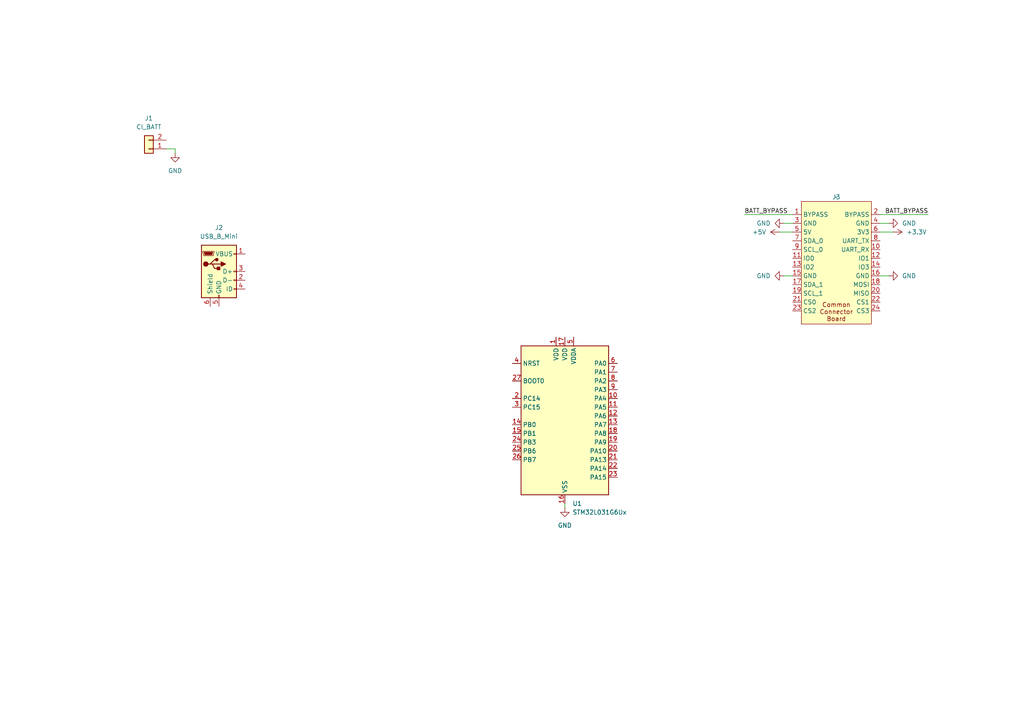
<source format=kicad_sch>
(kicad_sch (version 20231120) (generator "eeschema") (generator_version "8.0")
  (paper "A4")
  (lib_symbols
    (symbol "Connector:USB_B_Mini" (pin_names (offset 1.016))
      (property "Reference" "J" (at -5.08 11.43 0))
      (property "Value" "USB_B_Mini" (at -5.08 8.89 0))
      (symbol "USB_B_Mini_0_1"
        (rectangle (start -5.08 -7.62) (end 5.08 7.62) (stroke (width 0.254)) (fill (type background)))
        (circle (center -3.81 2.159) (radius 0.635) (stroke (width 0.254)) (fill (type outline)))
        (circle (center -0.635 3.429) (radius 0.381) (stroke (width 0.254)) (fill (type outline)))
        (rectangle (start -0.127 -7.62) (end 0.127 -6.858))
        (polyline (pts (xy -1.905 2.159) (xy 0.635 2.159)) (stroke (width 0.254)))
        (polyline (pts (xy -3.175 2.159) (xy -2.54 2.159) (xy -1.27 3.429) (xy -0.635 3.429)) (stroke (width 0.254)))
        (polyline (pts (xy -2.54 2.159) (xy -1.905 2.159) (xy -1.27 0.889) (xy 0 0.889)) (stroke (width 0.254)))
        (polyline (pts (xy 0.635 2.794) (xy 0.635 1.524) (xy 1.905 2.159) (xy 0.635 2.794)) (stroke (width 0.254)) (fill (type outline)))
        (polyline (pts (xy -4.318 5.588) (xy -1.778 5.588) (xy -2.032 4.826) (xy -4.064 4.826) (xy -4.318 5.588)) (fill (type outline)))
        (polyline (pts (xy -4.699 5.842) (xy -4.699 5.588) (xy -4.445 4.826) (xy -4.445 4.572) (xy -1.651 4.572) (xy -1.651 4.826) (xy -1.397 5.588) (xy -1.397 5.842) (xy -4.699 5.842)))
        (rectangle (start 0.254 1.27) (end -0.508 0.508) (stroke (width 0.254)) (fill (type outline)))
        (rectangle (start 5.08 -5.207) (end 4.318 -4.953))
        (rectangle (start 5.08 -2.667) (end 4.318 -2.413))
        (rectangle (start 5.08 -0.127) (end 4.318 0.127))
        (rectangle (start 5.08 4.953) (end 4.318 5.207))
      )
      (symbol "USB_B_Mini_1_1"
        (pin power_out line (at 7.62 5.08 180) (length 2.54) (name "VBUS") (number "1"))
        (pin bidirectional line (at 7.62 -2.54 180) (length 2.54) (name "D-") (number "2"))
        (pin bidirectional line (at 7.62 0 180) (length 2.54) (name "D+") (number "3"))
        (pin passive line (at 7.62 -5.08 180) (length 2.54) (name "ID") (number "4"))
        (pin power_out line (at 0 -10.16 90) (length 2.54) (name "GND") (number "5"))
        (pin passive line (at -2.54 -10.16 90) (length 2.54) (name "Shield") (number "6"))
      )
    )
    (symbol "Connector_Generic:Conn_01x02" (pin_names (offset 1.016) hide)
      (property "Reference" "J" (at 0 2.54 0))
      (property "Value" "Conn_01x02" (at 0 -5.08 0))
      (symbol "Conn_01x02_1_1"
        (rectangle (start -1.27 -2.413) (end 0 -2.667) (stroke (width 0.1524)))
        (rectangle (start -1.27 0.127) (end 0 -0.127) (stroke (width 0.1524)))
        (rectangle (start -1.27 1.27) (end 1.27 -3.81) (stroke (width 0.254)) (fill (type background)))
        (pin passive line (at -5.08 0 0) (length 3.81) (name "Pin_1") (number "1"))
        (pin passive line (at -5.08 -2.54 0) (length 3.81) (name "Pin_2") (number "2"))
      )
    )
    (symbol "IcaroLib:Conector_General_Tarjetas"
      (property "Reference" "J" (at -1.524 18.034 0))
      (symbol "Conector_General_Tarjetas_0_0"
        (pin power_out line (at -12.7 12.7 0) (length 2.54) (name "BYPASS") (number "1"))
        (pin bidirectional line (at 12.7 2.54 180) (length 2.54) (name "UART_RX") (number "10"))
        (pin bidirectional line (at -12.7 0 0) (length 2.54) (name "IO0") (number "11"))
        (pin bidirectional line (at 12.7 0 180) (length 2.54) (name "IO1") (number "12"))
        (pin bidirectional line (at -12.7 -2.54 0) (length 2.54) (name "IO2") (number "13"))
        (pin bidirectional line (at 12.7 -2.54 180) (length 2.54) (name "IO3") (number "14"))
        (pin bidirectional line (at -12.7 -5.08 0) (length 2.54) (name "GND") (number "15"))
        (pin bidirectional line (at 12.7 -5.08 180) (length 2.54) (name "GND") (number "16"))
        (pin bidirectional line (at -12.7 -7.62 0) (length 2.54) (name "SDA_1") (number "17"))
        (pin bidirectional line (at 12.7 -7.62 180) (length 2.54) (name "MOSI") (number "18"))
        (pin bidirectional line (at -12.7 -10.16 0) (length 2.54) (name "SCL_1") (number "19"))
        (pin power_out line (at 12.7 12.7 180) (length 2.54) (name "BYPASS") (number "2"))
        (pin bidirectional line (at 12.7 -10.16 180) (length 2.54) (name "MISO") (number "20"))
        (pin bidirectional line (at -12.7 -12.7 0) (length 2.54) (name "CS0") (number "21"))
        (pin bidirectional line (at 12.7 -12.7 180) (length 2.54) (name "CS1") (number "22"))
        (pin bidirectional line (at -12.7 -15.24 0) (length 2.54) (name "CS2") (number "23"))
        (pin bidirectional line (at 12.7 -15.24 180) (length 2.54) (name "CS3") (number "24"))
        (pin power_in line (at -12.7 10.16 0) (length 2.54) (name "GND") (number "3"))
        (pin power_in line (at 12.7 10.16 180) (length 2.54) (name "GND") (number "4"))
        (pin power_out line (at -12.7 7.62 0) (length 2.54) (name "5V") (number "5"))
        (pin power_out line (at 12.7 7.62 180) (length 2.54) (name "3V3") (number "6"))
        (pin bidirectional line (at -12.7 5.08 0) (length 2.54) (name "SDA_0") (number "7"))
        (pin bidirectional line (at 12.7 5.08 180) (length 2.54) (name "UART_TX") (number "8"))
        (pin bidirectional line (at -12.7 2.54 0) (length 2.54) (name "SCL_0") (number "9"))
      )
      (symbol "Conector_General_Tarjetas_0_1"
        (rectangle (start -10.16 16.51) (end 10.16 -19.05) (fill (type background)))
      )
      (symbol "Conector_General_Tarjetas_1_1"
        (text "Common\nConnector\nBoard" (at 0 -15.494 0) (effects (font (size 1.27 1.27))))
      )
    )
    (symbol "MCU_ST_STM32L0:STM32L031G6Ux"
      (property "Reference" "U" (at -12.7 24.13 0))
      (property "Value" "STM32L031G6Ux" (at 5.08 24.13 0))
      (symbol "STM32L031G6Ux_0_1"
        (rectangle (start -12.7 -20.32) (end 12.7 22.86) (stroke (width 0.254)) (fill (type background)))
      )
      (symbol "STM32L031G6Ux_1_1"
        (pin power_in line (at -2.54 25.4 270) (length 2.54) (name "VDD") (number "1"))
        (pin bidirectional line (at 15.24 7.62 180) (length 2.54) (name "PA4") (number "10"))
        (pin bidirectional line (at 15.24 5.08 180) (length 2.54) (name "PA5") (number "11"))
        (pin bidirectional line (at 15.24 2.54 180) (length 2.54) (name "PA6") (number "12"))
        (pin bidirectional line (at 15.24 0 180) (length 2.54) (name "PA7") (number "13"))
        (pin bidirectional line (at -15.24 0 0) (length 2.54) (name "PB0") (number "14"))
        (pin bidirectional line (at -15.24 -2.54 0) (length 2.54) (name "PB1") (number "15"))
        (pin power_in line (at 0 -22.86 90) (length 2.54) (name "VSS") (number "16"))
        (pin power_in line (at 0 25.4 270) (length 2.54) (name "VDD") (number "17"))
        (pin bidirectional line (at 15.24 -2.54 180) (length 2.54) (name "PA8") (number "18"))
        (pin bidirectional line (at 15.24 -5.08 180) (length 2.54) (name "PA9") (number "19"))
        (pin bidirectional line (at -15.24 7.62 0) (length 2.54) (name "PC14") (number "2"))
        (pin bidirectional line (at 15.24 -7.62 180) (length 2.54) (name "PA10") (number "20"))
        (pin bidirectional line (at 15.24 -10.16 180) (length 2.54) (name "PA13") (number "21"))
        (pin bidirectional line (at 15.24 -12.7 180) (length 2.54) (name "PA14") (number "22"))
        (pin bidirectional line (at 15.24 -15.24 180) (length 2.54) (name "PA15") (number "23"))
        (pin bidirectional line (at -15.24 -5.08 0) (length 2.54) (name "PB3") (number "24"))
        (pin bidirectional line (at -15.24 -7.62 0) (length 2.54) (name "PB6") (number "25"))
        (pin bidirectional line (at -15.24 -10.16 0) (length 2.54) (name "PB7") (number "26"))
        (pin input line (at -15.24 12.7 0) (length 2.54) (name "BOOT0") (number "27"))
        (pin passive line (at 0 -22.86 90) (length 2.54) hide (name "VSS") (number "28"))
        (pin bidirectional line (at -15.24 5.08 0) (length 2.54) (name "PC15") (number "3"))
        (pin input line (at -15.24 17.78 0) (length 2.54) (name "NRST") (number "4"))
        (pin power_in line (at 2.54 25.4 270) (length 2.54) (name "VDDA") (number "5"))
        (pin bidirectional line (at 15.24 17.78 180) (length 2.54) (name "PA0") (number "6"))
        (pin bidirectional line (at 15.24 15.24 180) (length 2.54) (name "PA1") (number "7"))
        (pin bidirectional line (at 15.24 12.7 180) (length 2.54) (name "PA2") (number "8"))
        (pin bidirectional line (at 15.24 10.16 180) (length 2.54) (name "PA3") (number "9"))
      )
    )
    (symbol "power:+3.3V" (power) (pin_numbers hide) (pin_names (offset 0) hide)
      (property "Value" "+3.3V" (at 0 3.556 0))
      (symbol "+3.3V_0_1"
        (polyline (pts (xy -0.762 1.27) (xy 0 2.54)))
        (polyline (pts (xy 0 0) (xy 0 2.54)))
        (polyline (pts (xy 0 2.54) (xy 0.762 1.27)))
      )
      (symbol "+3.3V_1_1"
        (pin power_in line (at 0 0 90) (length 0) (name "~") (number "1"))
      )
    )
    (symbol "power:+5V" (power) (pin_numbers hide) (pin_names (offset 0) hide)
      (property "Value" "+5V" (at 0 3.556 0))
      (symbol "+5V_0_1"
        (polyline (pts (xy -0.762 1.27) (xy 0 2.54)))
        (polyline (pts (xy 0 0) (xy 0 2.54)))
        (polyline (pts (xy 0 2.54) (xy 0.762 1.27)))
      )
      (symbol "+5V_1_1"
        (pin power_in line (at 0 0 90) (length 0) (name "~") (number "1"))
      )
    )
    (symbol "power:GND" (power) (pin_numbers hide) (pin_names (offset 0) hide)
      (property "Value" "GND" (at 0 -3.81 0))
      (symbol "GND_0_1"
        (polyline (pts (xy 0 0) (xy 0 -1.27) (xy 1.27 -1.27) (xy 0 -2.54) (xy -1.27 -1.27) (xy 0 -1.27)))
      )
      (symbol "GND_1_1"
        (pin power_in line (at 0 0 270) (length 0) (name "~") (number "1"))
      )
    )
  )
  (wire (pts (xy 227.33 80.01) (xy 229.87 80.01)))
  (wire (pts (xy 50.8 43.18) (xy 50.8 44.45)))
  (wire (pts (xy 226.06 67.31) (xy 229.87 67.31)))
  (wire (pts (xy 215.9 62.23) (xy 229.87 62.23)))
  (wire (pts (xy 255.27 62.23) (xy 269.24 62.23)))
  (wire (pts (xy 48.26 43.18) (xy 50.8 43.18)))
  (wire (pts (xy 255.27 80.01) (xy 257.81 80.01)))
  (wire (pts (xy 163.83 146.05) (xy 163.83 147.32)))
  (wire (pts (xy 255.27 64.77) (xy 257.81 64.77)))
  (wire (pts (xy 227.33 64.77) (xy 229.87 64.77)))
  (wire (pts (xy 255.27 67.31) (xy 259.08 67.31)))
  (label "BATT_BYPASS" (at 215.9 62.23 0))
  (label "BATT_BYPASS" (at 269.24 62.23 180))
  (symbol (lib_id "power:+5V") (at 226.06 67.31 90) (unit 1)
    (property "Reference" "#PWR05" (effects (hide yes)))
    (property "Value" "+5V" (at 222.25 67.3099 90) (effects (justify left)))
    (property "Description" "Power symbol creates a global label with name \"+5V\"" (effects (hide yes)))
  )
  (symbol (lib_id "Connector_Generic:Conn_01x02") (at 43.18 43.18 180) (unit 1)
    (property "Reference" "J1" (at 43.18 34.29 0))
    (property "Value" "CI_BATT" (at 43.18 36.83 0))
    (property "Footprint" "AMASS:AMASS_XT30U-F_1x02_P5.0mm_Vertical" (effects (hide yes)))
    (property "Datasheet" "https://www.lcsc.com/datasheet/lcsc_datasheet_2312211037_Changzhou-Amass-Elec-XT30U-F-N-B_C19268021.pdf" (effects (hide yes)))
    (property "Description" "Generic connector, single row, 01x02, script generated (kicad-library-utils/schlib/autogen/connector/)" (effects (hide yes)))
  )
  (symbol (lib_id "power:GND") (at 50.8 44.45 0) (unit 1)
    (property "Reference" "#PWR02" (effects (hide yes)))
    (property "Value" "GND" (at 50.8 49.53 0))
    (property "Description" "Power symbol creates a global label with name \"GND\" , ground" (effects (hide yes)))
  )
  (symbol (lib_id "power:GND") (at 257.81 80.01 90) (unit 1)
    (property "Reference" "#PWR08" (effects (hide yes)))
    (property "Value" "GND" (at 261.62 80.0099 90) (effects (justify right)))
    (property "Description" "Power symbol creates a global label with name \"GND\" , ground" (effects (hide yes)))
  )
  (symbol (lib_id "Connector:USB_B_Mini") (at 63.5 78.74 0) (unit 1)
    (property "Reference" "J2" (at 63.5 66.04 0))
    (property "Value" "USB_B_Mini" (at 63.5 68.58 0))
    (property "Footprint" "Connector_USB:USB_Micro-B_Wuerth_629105150521" (effects (hide yes)))
    (property "Datasheet" "https://www.lcsc.com/datasheet/lcsc_datasheet_2209301830_SHOU-HAN-MICRO5P-4J-ZB-X_C5184249.pdf" (effects (hide yes)))
    (property "Description" "USB Mini Type B connector" (effects (hide yes)))
  )
  (symbol (lib_id "power:GND") (at 227.33 80.01 270) (unit 1)
    (property "Reference" "#PWR07" (effects (hide yes)))
    (property "Value" "GND" (at 223.52 80.0099 90) (effects (justify right)))
    (property "Description" "Power symbol creates a global label with name \"GND\" , ground" (effects (hide yes)))
  )
  (symbol (lib_id "power:GND") (at 227.33 64.77 270) (unit 1)
    (property "Reference" "#PWR03" (effects (hide yes)))
    (property "Value" "GND" (at 223.52 64.7699 90) (effects (justify right)))
    (property "Description" "Power symbol creates a global label with name \"GND\" , ground" (effects (hide yes)))
  )
  (symbol (lib_id "IcaroLib:Conector_General_Tarjetas") (at 242.57 74.93 0) (unit 1)
    (property "Reference" "J3" (at 242.57 57.15 0))
    (property "Value" "~" (at 242.57 57.15 0))
    (property "Footprint" "IcaroFootprints:Connector_Icaro_Edge_tarjeta" (effects (hide yes)))
  )
  (symbol (lib_id "power:GND") (at 163.83 147.32 0) (unit 1)
    (property "Reference" "#PWR01" (effects (hide yes)))
    (property "Value" "GND" (at 163.83 152.4 0))
    (property "Description" "Power symbol creates a global label with name \"GND\" , ground" (effects (hide yes)))
  )
  (symbol (lib_id "power:GND") (at 257.81 64.77 90) (unit 1)
    (property "Reference" "#PWR04" (effects (hide yes)))
    (property "Value" "GND" (at 261.62 64.7699 90) (effects (justify right)))
    (property "Description" "Power symbol creates a global label with name \"GND\" , ground" (effects (hide yes)))
  )
  (symbol (lib_id "power:+3.3V") (at 259.08 67.31 270) (unit 1)
    (property "Reference" "#PWR06" (effects (hide yes)))
    (property "Value" "+3.3V" (at 262.89 67.3099 90) (effects (justify left)))
    (property "Description" "Power symbol creates a global label with name \"+3.3V\"" (effects (hide yes)))
  )
  (symbol (lib_id "MCU_ST_STM32L0:STM32L031G6Ux") (at 163.83 123.19 0) (unit 1)
    (property "Reference" "U1" (at 166.0241 146.05 0) (effects (justify left)))
    (property "Value" "STM32L031G6Ux" (at 166.0241 148.59 0) (effects (justify left)))
    (property "Footprint" "Package_DFN_QFN:QFN-28_4x4mm_P0.5mm" (effects (hide yes)))
    (property "Datasheet" "https://www.st.com/resource/en/datasheet/stm32l031g6.pdf" (effects (hide yes)))
    (property "Description" "STMicroelectronics Arm Cortex-M0+ MCU, 32KB flash, 8KB RAM, 32 MHz, 1.65-3.6V, 21 GPIO, UFQFPN28" (effects (hide yes)))
  )
)
</source>
